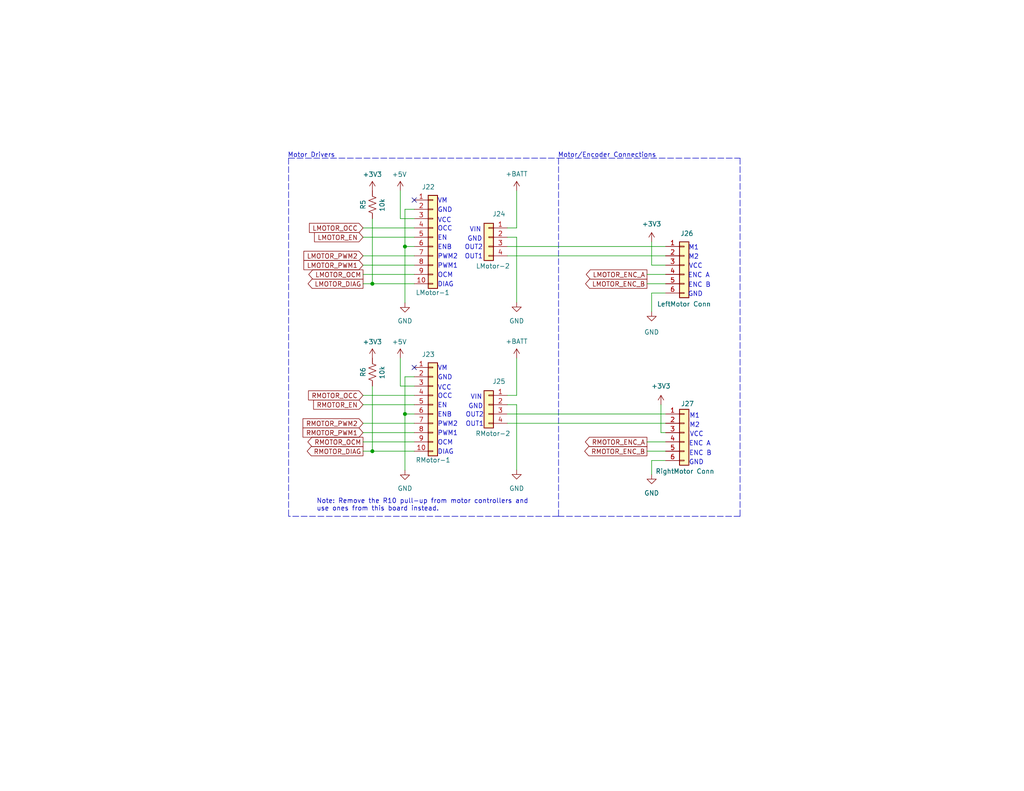
<source format=kicad_sch>
(kicad_sch (version 20211123) (generator eeschema)
  (paper "A")
  (title_block (date "2022-03-29") (rev "0.1"))
  (lib_symbols
    (symbol "Connector_Generic:Conn_01x04" (pin_names (offset 1.016) hide)
      (property "Reference" "J" (at 0 5.08 0))
      (property "Value" "Conn_01x04" (at 0 -7.62 0))
      (symbol "Conn_01x04_1_1"
        (rectangle (start -1.27 -4.953) (end 0 -5.207) (stroke (width 0.1524)))
        (rectangle (start -1.27 -2.413) (end 0 -2.667) (stroke (width 0.1524)))
        (rectangle (start -1.27 0.127) (end 0 -0.127) (stroke (width 0.1524)))
        (rectangle (start -1.27 2.667) (end 0 2.413) (stroke (width 0.1524)))
        (rectangle (start -1.27 3.81) (end 1.27 -6.35) (stroke (width 0.254)) (fill (type background)))
        (pin passive line (at -5.08 2.54 0) (length 3.81) (name "Pin_1") (number "1"))
        (pin passive line (at -5.08 0 0) (length 3.81) (name "Pin_2") (number "2"))
        (pin passive line (at -5.08 -2.54 0) (length 3.81) (name "Pin_3") (number "3"))
        (pin passive line (at -5.08 -5.08 0) (length 3.81) (name "Pin_4") (number "4"))
      )
    )
    (symbol "Connector_Generic:Conn_01x06" (pin_names (offset 1.016) hide)
      (property "Reference" "J" (at 0 7.62 0))
      (property "Value" "Conn_01x06" (at 0 -10.16 0))
      (symbol "Conn_01x06_1_1"
        (rectangle (start -1.27 -7.493) (end 0 -7.747) (stroke (width 0.1524)))
        (rectangle (start -1.27 -4.953) (end 0 -5.207) (stroke (width 0.1524)))
        (rectangle (start -1.27 -2.413) (end 0 -2.667) (stroke (width 0.1524)))
        (rectangle (start -1.27 0.127) (end 0 -0.127) (stroke (width 0.1524)))
        (rectangle (start -1.27 2.667) (end 0 2.413) (stroke (width 0.1524)))
        (rectangle (start -1.27 5.207) (end 0 4.953) (stroke (width 0.1524)))
        (rectangle (start -1.27 6.35) (end 1.27 -8.89) (stroke (width 0.254)) (fill (type background)))
        (pin passive line (at -5.08 5.08 0) (length 3.81) (name "Pin_1") (number "1"))
        (pin passive line (at -5.08 2.54 0) (length 3.81) (name "Pin_2") (number "2"))
        (pin passive line (at -5.08 0 0) (length 3.81) (name "Pin_3") (number "3"))
        (pin passive line (at -5.08 -2.54 0) (length 3.81) (name "Pin_4") (number "4"))
        (pin passive line (at -5.08 -5.08 0) (length 3.81) (name "Pin_5") (number "5"))
        (pin passive line (at -5.08 -7.62 0) (length 3.81) (name "Pin_6") (number "6"))
      )
    )
    (symbol "Connector_Generic:Conn_01x10" (pin_names (offset 1.016) hide)
      (property "Reference" "J" (at 0 12.7 0))
      (property "Value" "Conn_01x10" (at 0 -15.24 0))
      (symbol "Conn_01x10_1_1"
        (rectangle (start -1.27 -12.573) (end 0 -12.827) (stroke (width 0.1524)))
        (rectangle (start -1.27 -10.033) (end 0 -10.287) (stroke (width 0.1524)))
        (rectangle (start -1.27 -7.493) (end 0 -7.747) (stroke (width 0.1524)))
        (rectangle (start -1.27 -4.953) (end 0 -5.207) (stroke (width 0.1524)))
        (rectangle (start -1.27 -2.413) (end 0 -2.667) (stroke (width 0.1524)))
        (rectangle (start -1.27 0.127) (end 0 -0.127) (stroke (width 0.1524)))
        (rectangle (start -1.27 2.667) (end 0 2.413) (stroke (width 0.1524)))
        (rectangle (start -1.27 5.207) (end 0 4.953) (stroke (width 0.1524)))
        (rectangle (start -1.27 7.747) (end 0 7.493) (stroke (width 0.1524)))
        (rectangle (start -1.27 10.287) (end 0 10.033) (stroke (width 0.1524)))
        (rectangle (start -1.27 11.43) (end 1.27 -13.97) (stroke (width 0.254)) (fill (type background)))
        (pin passive line (at -5.08 10.16 0) (length 3.81) (name "Pin_1") (number "1"))
        (pin passive line (at -5.08 -12.7 0) (length 3.81) (name "Pin_10") (number "10"))
        (pin passive line (at -5.08 7.62 0) (length 3.81) (name "Pin_2") (number "2"))
        (pin passive line (at -5.08 5.08 0) (length 3.81) (name "Pin_3") (number "3"))
        (pin passive line (at -5.08 2.54 0) (length 3.81) (name "Pin_4") (number "4"))
        (pin passive line (at -5.08 0 0) (length 3.81) (name "Pin_5") (number "5"))
        (pin passive line (at -5.08 -2.54 0) (length 3.81) (name "Pin_6") (number "6"))
        (pin passive line (at -5.08 -5.08 0) (length 3.81) (name "Pin_7") (number "7"))
        (pin passive line (at -5.08 -7.62 0) (length 3.81) (name "Pin_8") (number "8"))
        (pin passive line (at -5.08 -10.16 0) (length 3.81) (name "Pin_9") (number "9"))
      )
    )
    (symbol "Device:R_US" (pin_numbers hide) (pin_names (offset 0))
      (property "Reference" "R" (at 2.54 0 90))
      (property "Value" "R_US" (at -2.54 0 90))
      (symbol "R_US_0_1"
        (polyline (pts (xy 0 -2.286) (xy 0 -2.54)))
        (polyline (pts (xy 0 2.286) (xy 0 2.54)))
        (polyline (pts (xy 0 -0.762) (xy 1.016 -1.143) (xy 0 -1.524) (xy -1.016 -1.905) (xy 0 -2.286)))
        (polyline (pts (xy 0 0.762) (xy 1.016 0.381) (xy 0 0) (xy -1.016 -0.381) (xy 0 -0.762)))
        (polyline (pts (xy 0 2.286) (xy 1.016 1.905) (xy 0 1.524) (xy -1.016 1.143) (xy 0 0.762)))
      )
      (symbol "R_US_1_1"
        (pin passive line (at 0 3.81 270) (length 1.27) (name "~") (number "1"))
        (pin passive line (at 0 -3.81 90) (length 1.27) (name "~") (number "2"))
      )
    )
    (symbol "power:+3.3V" (power) (pin_names (offset 0))
      (property "Value" "+3.3V" (at 0 3.556 0))
      (symbol "+3.3V_0_1"
        (polyline (pts (xy -0.762 1.27) (xy 0 2.54)))
        (polyline (pts (xy 0 0) (xy 0 2.54)))
        (polyline (pts (xy 0 2.54) (xy 0.762 1.27)))
      )
      (symbol "+3.3V_1_1"
        (pin power_in line (at 0 0 90) (length 0) hide (name "+3V3") (number "1"))
      )
    )
    (symbol "power:+5V" (power) (pin_names (offset 0))
      (property "Value" "+5V" (at 0 3.556 0))
      (symbol "+5V_0_1"
        (polyline (pts (xy -0.762 1.27) (xy 0 2.54)))
        (polyline (pts (xy 0 0) (xy 0 2.54)))
        (polyline (pts (xy 0 2.54) (xy 0.762 1.27)))
      )
      (symbol "+5V_1_1"
        (pin power_in line (at 0 0 90) (length 0) hide (name "+5V") (number "1"))
      )
    )
    (symbol "power:+BATT" (power) (pin_names (offset 0))
      (property "Value" "+BATT" (at 0 3.556 0))
      (symbol "+BATT_0_1"
        (polyline (pts (xy -0.762 1.27) (xy 0 2.54)))
        (polyline (pts (xy 0 0) (xy 0 2.54)))
        (polyline (pts (xy 0 2.54) (xy 0.762 1.27)))
      )
      (symbol "+BATT_1_1"
        (pin power_in line (at 0 0 90) (length 0) hide (name "+BATT") (number "1"))
      )
    )
    (symbol "power:GND" (power) (pin_names (offset 0))
      (property "Value" "GND" (at 0 -3.81 0))
      (symbol "GND_0_1"
        (polyline (pts (xy 0 0) (xy 0 -1.27) (xy 1.27 -1.27) (xy 0 -2.54) (xy -1.27 -1.27) (xy 0 -1.27)))
      )
      (symbol "GND_1_1"
        (pin power_in line (at 0 0 270) (length 0) hide (name "GND") (number "1"))
      )
    )
  )
  (junction (at 110.49 113.03))
  (junction (at 101.6 77.47))
  (junction (at 110.49 67.31))
  (junction (at 101.6 123.19))
  (no_connect (at 113.03 100.33))
  (no_connect (at 113.03 54.61))
  (wire (pts (xy 99.06 64.77) (xy 113.03 64.77)))
  (wire (pts (xy 138.43 115.57) (xy 181.61 115.57)))
  (wire (pts (xy 99.06 120.65) (xy 113.03 120.65)))
  (polyline (pts (xy 78.74 43.18) (xy 78.74 140.97)))
  (wire (pts (xy 140.97 107.95) (xy 138.43 107.95)))
  (wire (pts (xy 99.06 77.47) (xy 101.6 77.47)))
  (wire (pts (xy 110.49 113.03) (xy 110.49 102.87)))
  (wire (pts (xy 140.97 64.77) (xy 140.97 82.55)))
  (wire (pts (xy 138.43 64.77) (xy 140.97 64.77)))
  (wire (pts (xy 140.97 52.07) (xy 140.97 62.23)))
  (wire (pts (xy 113.03 59.69) (xy 109.22 59.69)))
  (wire (pts (xy 177.8 125.73) (xy 177.8 129.54)))
  (wire (pts (xy 99.06 107.95) (xy 113.03 107.95)))
  (wire (pts (xy 180.34 118.11) (xy 180.34 110.49)))
  (wire (pts (xy 113.03 105.41) (xy 109.22 105.41)))
  (wire (pts (xy 99.06 118.11) (xy 113.03 118.11)))
  (wire (pts (xy 138.43 67.31) (xy 181.61 67.31)))
  (wire (pts (xy 101.6 77.47) (xy 113.03 77.47)))
  (wire (pts (xy 110.49 128.397) (xy 110.49 113.03)))
  (wire (pts (xy 140.97 110.49) (xy 140.97 128.27)))
  (wire (pts (xy 99.06 72.39) (xy 113.03 72.39)))
  (wire (pts (xy 110.49 57.15) (xy 113.03 57.15)))
  (polyline (pts (xy 78.74 43.18) (xy 152.4 43.18)))
  (wire (pts (xy 138.43 69.85) (xy 181.61 69.85)))
  (wire (pts (xy 181.61 118.11) (xy 180.34 118.11)))
  (polyline (pts (xy 152.4 140.97) (xy 78.74 140.97)))
  (wire (pts (xy 176.53 77.47) (xy 181.61 77.47)))
  (wire (pts (xy 138.43 110.49) (xy 140.97 110.49)))
  (wire (pts (xy 177.8 72.39) (xy 177.8 66.04)))
  (wire (pts (xy 176.53 123.19) (xy 181.61 123.19)))
  (wire (pts (xy 101.6 105.41) (xy 101.6 123.19)))
  (wire (pts (xy 99.06 110.49) (xy 113.03 110.49)))
  (wire (pts (xy 140.97 97.79) (xy 140.97 107.95)))
  (wire (pts (xy 110.49 102.87) (xy 113.03 102.87)))
  (wire (pts (xy 109.22 105.41) (xy 109.22 97.79)))
  (wire (pts (xy 110.49 82.677) (xy 110.49 67.31)))
  (wire (pts (xy 176.53 74.93) (xy 181.61 74.93)))
  (wire (pts (xy 99.06 123.19) (xy 101.6 123.19)))
  (polyline (pts (xy 152.4 43.18) (xy 201.93 43.18)))
  (wire (pts (xy 181.61 80.01) (xy 177.8 80.01)))
  (wire (pts (xy 110.49 67.31) (xy 110.49 57.15)))
  (wire (pts (xy 99.06 74.93) (xy 113.03 74.93)))
  (wire (pts (xy 101.6 123.19) (xy 113.03 123.19)))
  (polyline (pts (xy 201.93 140.97) (xy 152.4 140.97)))
  (wire (pts (xy 176.53 120.65) (xy 181.61 120.65)))
  (wire (pts (xy 177.8 80.01) (xy 177.8 85.09)))
  (wire (pts (xy 138.43 113.03) (xy 181.61 113.03)))
  (wire (pts (xy 101.6 59.69) (xy 101.6 77.47)))
  (wire (pts (xy 140.97 62.23) (xy 138.43 62.23)))
  (polyline (pts (xy 152.4 43.18) (xy 152.4 140.97)))
  (wire (pts (xy 110.49 67.31) (xy 113.03 67.31)))
  (wire (pts (xy 110.49 113.03) (xy 113.03 113.03)))
  (wire (pts (xy 181.61 125.73) (xy 177.8 125.73)))
  (wire (pts (xy 109.22 59.69) (xy 109.22 52.07)))
  (wire (pts (xy 99.06 69.85) (xy 113.03 69.85)))
  (wire (pts (xy 99.06 62.23) (xy 113.03 62.23)))
  (polyline (pts (xy 201.93 43.18) (xy 201.93 140.97)))
  (wire (pts (xy 99.06 115.57) (xy 113.03 115.57)))
  (wire (pts (xy 181.61 72.39) (xy 177.8 72.39)))
  (text "GND" (at 187.706 81.1276 0) (effects (font (size 1.27 1.27)) (justify left bottom)))
  (text "OUT2" (at 127 114.046 0) (effects (font (size 1.27 1.27)) (justify left bottom)))
  (text "ENC A" (at 187.706 75.9968 0) (effects (font (size 1.27 1.27)) (justify left bottom)))
  (text "GND" (at 127.762 111.76 0) (effects (font (size 1.27 1.27)) (justify left bottom)))
  (text "M1" (at 188.1124 114.3508 0) (effects (font (size 1.27 1.27)) (justify left bottom)))
  (text "M2" (at 188.1124 116.8908 0) (effects (font (size 1.27 1.27)) (justify left bottom)))
  (text "PWM2" (at 119.38 70.866 0) (effects (font (size 1.27 1.27)) (justify left bottom)))
  (text "DIAG" (at 119.38 78.486 0) (effects (font (size 1.27 1.27)) (justify left bottom)))
  (text "VCC" (at 119.38 106.68 0) (effects (font (size 1.27 1.27)) (justify left bottom)))
  (text "ENB" (at 119.38 68.326 0) (effects (font (size 1.27 1.27)) (justify left bottom)))
  (text "ENC B" (at 188.0108 124.5616 0) (effects (font (size 1.27 1.27)) (justify left bottom)))
  (text "PWM1" (at 119.38 73.406 0) (effects (font (size 1.27 1.27)) (justify left bottom)))
  (text "GND" (at 119.38 58.166 0) (effects (font (size 1.27 1.27)) (justify left bottom)))
  (text "EN" (at 119.38 65.786 0) (effects (font (size 1.27 1.27)) (justify left bottom)))
  (text "DIAG" (at 119.38 124.206 0) (effects (font (size 1.27 1.27)) (justify left bottom)))
  (text "Note: Remove the R10 pull-up from motor controllers and \nuse ones from this board instead." (at 86.36 139.7 0) (effects (font (size 1.27 1.27)) (justify left bottom)))
  (text "VIN" (at 131.318 63.5 180) (effects (font (size 1.27 1.27)) (justify right bottom)))
  (text "Motor Drivers" (at 91.44 43.18 180) (effects (font (size 1.27 1.27)) (justify right bottom)))
  (text "OUT1" (at 127 116.586 0) (effects (font (size 1.27 1.27)) (justify left bottom)))
  (text "GND" (at 187.96 127.0508 0) (effects (font (size 1.27 1.27)) (justify left bottom)))
  (text "GND" (at 127.508 66.04 0) (effects (font (size 1.27 1.27)) (justify left bottom)))
  (text "ENB" (at 119.38 114.046 0) (effects (font (size 1.27 1.27)) (justify left bottom)))
  (text "OUT2" (at 126.746 68.326 0) (effects (font (size 1.27 1.27)) (justify left bottom)))
  (text "ENC B" (at 187.7568 78.6384 0) (effects (font (size 1.27 1.27)) (justify left bottom)))
  (text "VCC" (at 187.9092 73.4568 0) (effects (font (size 1.27 1.27)) (justify left bottom)))
  (text "VCC" (at 188.1632 119.38 0) (effects (font (size 1.27 1.27)) (justify left bottom)))
  (text "ENC A" (at 187.96 121.92 0) (effects (font (size 1.27 1.27)) (justify left bottom)))
  (text "OCC" (at 119.38 63.246 0) (effects (font (size 1.27 1.27)) (justify left bottom)))
  (text "VM" (at 119.38 101.346 0) (effects (font (size 1.27 1.27)) (justify left bottom)))
  (text "PWM1" (at 119.38 119.126 0) (effects (font (size 1.27 1.27)) (justify left bottom)))
  (text "Motor/Encoder Connections" (at 179.07 43.18 180) (effects (font (size 1.27 1.27)) (justify right bottom)))
  (text "M1" (at 187.8584 68.4276 0) (effects (font (size 1.27 1.27)) (justify left bottom)))
  (text "VM" (at 119.38 55.626 0) (effects (font (size 1.27 1.27)) (justify left bottom)))
  (text "OCM" (at 119.38 121.666 0) (effects (font (size 1.27 1.27)) (justify left bottom)))
  (text "OCC" (at 119.38 108.966 0) (effects (font (size 1.27 1.27)) (justify left bottom)))
  (text "GND" (at 119.38 103.886 0) (effects (font (size 1.27 1.27)) (justify left bottom)))
  (text "VIN" (at 131.572 109.22 180) (effects (font (size 1.27 1.27)) (justify right bottom)))
  (text "OUT1" (at 126.746 70.866 0) (effects (font (size 1.27 1.27)) (justify left bottom)))
  (text "VCC" (at 119.38 60.96 0) (effects (font (size 1.27 1.27)) (justify left bottom)))
  (text "OCM" (at 119.38 75.946 0) (effects (font (size 1.27 1.27)) (justify left bottom)))
  (text "EN" (at 119.38 111.506 0) (effects (font (size 1.27 1.27)) (justify left bottom)))
  (text "M2" (at 187.8584 70.9676 0) (effects (font (size 1.27 1.27)) (justify left bottom)))
  (text "PWM2" (at 119.38 116.586 0) (effects (font (size 1.27 1.27)) (justify left bottom)))
  (global_label "LMOTOR_PWM2" (shape input) (at 99.06 69.85 180) (property "Intersheet References" "${INTERSHEET_REFS}" (effects hide)))
  (global_label "RMOTOR_PWM1" (shape input) (at 99.06 118.11 180) (property "Intersheet References" "${INTERSHEET_REFS}" (effects hide)))
  (global_label "RMOTOR_DIAG" (shape output) (at 99.06 123.19 180) (property "Intersheet References" "${INTERSHEET_REFS}" (effects hide)))
  (global_label "RMOTOR_EN" (shape input) (at 99.06 110.49 180) (property "Intersheet References" "${INTERSHEET_REFS}" (effects hide)))
  (global_label "RMOTOR_ENC_A" (shape output) (at 176.53 120.65 180) (property "Intersheet References" "${INTERSHEET_REFS}" (effects hide)))
  (global_label "LMOTOR_EN" (shape input) (at 99.06 64.77 180) (property "Intersheet References" "${INTERSHEET_REFS}" (effects hide)))
  (global_label "RMOTOR_OCC" (shape input) (at 99.06 107.95 180) (property "Intersheet References" "${INTERSHEET_REFS}" (effects hide)))
  (global_label "RMOTOR_ENC_B" (shape output) (at 176.53 123.19 180) (property "Intersheet References" "${INTERSHEET_REFS}" (effects hide)))
  (global_label "LMOTOR_ENC_B" (shape output) (at 176.53 77.47 180) (property "Intersheet References" "${INTERSHEET_REFS}" (effects hide)))
  (global_label "LMOTOR_OCM" (shape output) (at 99.06 74.93 180) (property "Intersheet References" "${INTERSHEET_REFS}" (effects hide)))
  (global_label "LMOTOR_ENC_A" (shape output) (at 176.53 74.93 180) (property "Intersheet References" "${INTERSHEET_REFS}" (effects hide)))
  (global_label "LMOTOR_PWM1" (shape input) (at 99.06 72.39 180) (property "Intersheet References" "${INTERSHEET_REFS}" (effects hide)))
  (global_label "LMOTOR_OCC" (shape input) (at 99.06 62.23 180) (property "Intersheet References" "${INTERSHEET_REFS}" (effects hide)))
  (global_label "LMOTOR_DIAG" (shape output) (at 99.06 77.47 180) (property "Intersheet References" "${INTERSHEET_REFS}" (effects hide)))
  (global_label "RMOTOR_PWM2" (shape input) (at 99.06 115.57 180) (property "Intersheet References" "${INTERSHEET_REFS}" (effects hide)))
  (global_label "RMOTOR_OCM" (shape output) (at 99.06 120.65 180) (property "Intersheet References" "${INTERSHEET_REFS}" (effects hide)))
  (symbol (lib_id "power:+5V") (at 109.22 97.79 0) (unit 1)
    (property "Reference" "#PWR051" (effects hide))
    (property "Value" "+5V" (at 108.966 93.345 0))
  )
  (symbol (lib_id "power:GND") (at 177.8 129.54 0) (unit 1)
    (property "Reference" "#PWR060" (effects hide))
    (property "Value" "GND" (at 177.8 134.62 0))
  )
  (symbol (lib_id "Connector_Generic:Conn_01x06") (at 186.69 118.11 0) (unit 1)
    (property "Reference" "J27" (at 185.7756 110.236 0) (effects (justify left)))
    (property "Value" "RightMotor Conn" (at 178.8668 128.6764 0) (effects (justify left)))
    (property "Footprint" "Connector_PinSocket_2.54mm:PinSocket_1x06_P2.54mm_Vertical" (effects hide))
  )
  (symbol (lib_id "power:+3.3V") (at 101.6 52.07 0) (unit 1)
    (property "Reference" "#PWR048" (effects hide))
    (property "Value" "+3.3V" (at 101.6 47.625 0))
  )
  (symbol (lib_id "power:GND") (at 110.49 82.677 0) (unit 1)
    (property "Reference" "#PWR052" (effects hide))
    (property "Value" "GND" (at 110.49 87.63 0))
  )
  (symbol (lib_id "power:+3.3V") (at 177.8 66.04 0) (unit 1)
    (property "Reference" "#PWR058" (effects hide))
    (property "Value" "+3.3V" (at 177.8 61.1632 0))
  )
  (symbol (lib_id "power:GND") (at 140.97 82.55 0) (unit 1)
    (property "Reference" "#PWR055" (effects hide))
    (property "Value" "GND" (at 140.97 87.63 0))
  )
  (symbol (lib_id "power:+5V") (at 109.22 52.07 0) (unit 1)
    (property "Reference" "#PWR050" (effects hide))
    (property "Value" "+5V" (at 108.966 47.625 0))
  )
  (symbol (lib_id "Connector_Generic:Conn_01x06") (at 186.69 72.39 0) (unit 1)
    (property "Reference" "J26" (at 185.6232 63.754 0) (effects (justify left)))
    (property "Value" "LeftMotor Conn" (at 179.2732 83.0072 0) (effects (justify left)))
    (property "Footprint" "Connector_PinSocket_2.54mm:PinSocket_1x06_P2.54mm_Vertical" (effects hide))
  )
  (symbol (lib_id "power:+BATT") (at 140.97 52.07 0) (unit 1)
    (property "Reference" "#PWR054" (effects hide))
    (property "Value" "+BATT" (at 140.97 47.498 0))
  )
  (symbol (lib_id "power:+3.3V") (at 180.34 110.49 0) (unit 1)
    (property "Reference" "#PWR061" (effects hide))
    (property "Value" "+3.3V" (at 180.34 105.41 0))
  )
  (symbol (lib_id "power:GND") (at 177.8 85.09 0) (unit 1)
    (property "Reference" "#PWR059" (effects hide))
    (property "Value" "GND" (at 177.8 90.678 0))
  )
  (symbol (lib_id "power:+3.3V") (at 101.6 97.79 0) (unit 1)
    (property "Reference" "#PWR049" (effects hide))
    (property "Value" "+3.3V" (at 101.6 93.345 0))
  )
  (symbol (lib_id "power:GND") (at 110.49 128.397 0) (unit 1)
    (property "Reference" "#PWR053" (effects hide))
    (property "Value" "GND" (at 110.49 133.35 0))
  )
  (symbol (lib_id "Connector_Generic:Conn_01x10") (at 118.11 110.49 0) (unit 1)
    (property "Reference" "J23" (at 115.062 96.774 0) (effects (justify left)))
    (property "Value" "RMotor-1" (at 113.411 125.603 0) (effects (justify left)))
    (property "Footprint" "Connector_PinSocket_2.54mm:PinSocket_1x10_P2.54mm_Vertical" (effects hide))
  )
  (symbol (lib_id "Device:R_US") (at 101.6 101.6 180) (unit 1)
    (property "Reference" "R6" (at 99.06 101.6 90))
    (property "Value" "10k" (at 104.267 101.727 90))
    (property "Footprint" "Resistor_SMD:R_0805_2012Metric_Pad1.20x1.40mm_HandSolder" (effects hide))
  )
  (symbol (lib_id "Connector_Generic:Conn_01x04") (at 133.35 110.49 0) (mirror y) (unit 1)
    (property "Reference" "J25" (at 136.144 104.14 0))
    (property "Value" "RMotor-2" (at 134.493 118.364 0))
    (property "Footprint" "Connector_PinSocket_2.54mm:PinSocket_1x04_P2.54mm_Vertical" (effects hide))
  )
  (symbol (lib_id "power:+BATT") (at 140.97 97.79 0) (unit 1)
    (property "Reference" "#PWR056" (effects hide))
    (property "Value" "+BATT" (at 140.97 93.218 0))
  )
  (symbol (lib_id "power:GND") (at 140.97 128.27 0) (unit 1)
    (property "Reference" "#PWR057" (effects hide))
    (property "Value" "GND" (at 140.97 133.35 0))
  )
  (symbol (lib_id "Connector_Generic:Conn_01x04") (at 133.35 64.77 0) (mirror y) (unit 1)
    (property "Reference" "J24" (at 136.144 58.42 0))
    (property "Value" "LMotor-2" (at 134.493 72.644 0))
    (property "Footprint" "Connector_PinSocket_2.54mm:PinSocket_1x04_P2.54mm_Vertical" (effects hide))
  )
  (symbol (lib_id "Connector_Generic:Conn_01x10") (at 118.11 64.77 0) (unit 1)
    (property "Reference" "J22" (at 115.062 51.054 0) (effects (justify left)))
    (property "Value" "LMotor-1" (at 113.411 79.883 0) (effects (justify left)))
    (property "Footprint" "Connector_PinSocket_2.54mm:PinSocket_1x10_P2.54mm_Vertical" (effects hide))
  )
  (symbol (lib_id "Device:R_US") (at 101.6 55.88 180) (unit 1)
    (property "Reference" "R5" (at 99.06 55.88 90))
    (property "Value" "10k" (at 104.267 56.007 90))
    (property "Footprint" "Resistor_SMD:R_0805_2012Metric_Pad1.20x1.40mm_HandSolder" (effects hide))
  )
)
</source>
